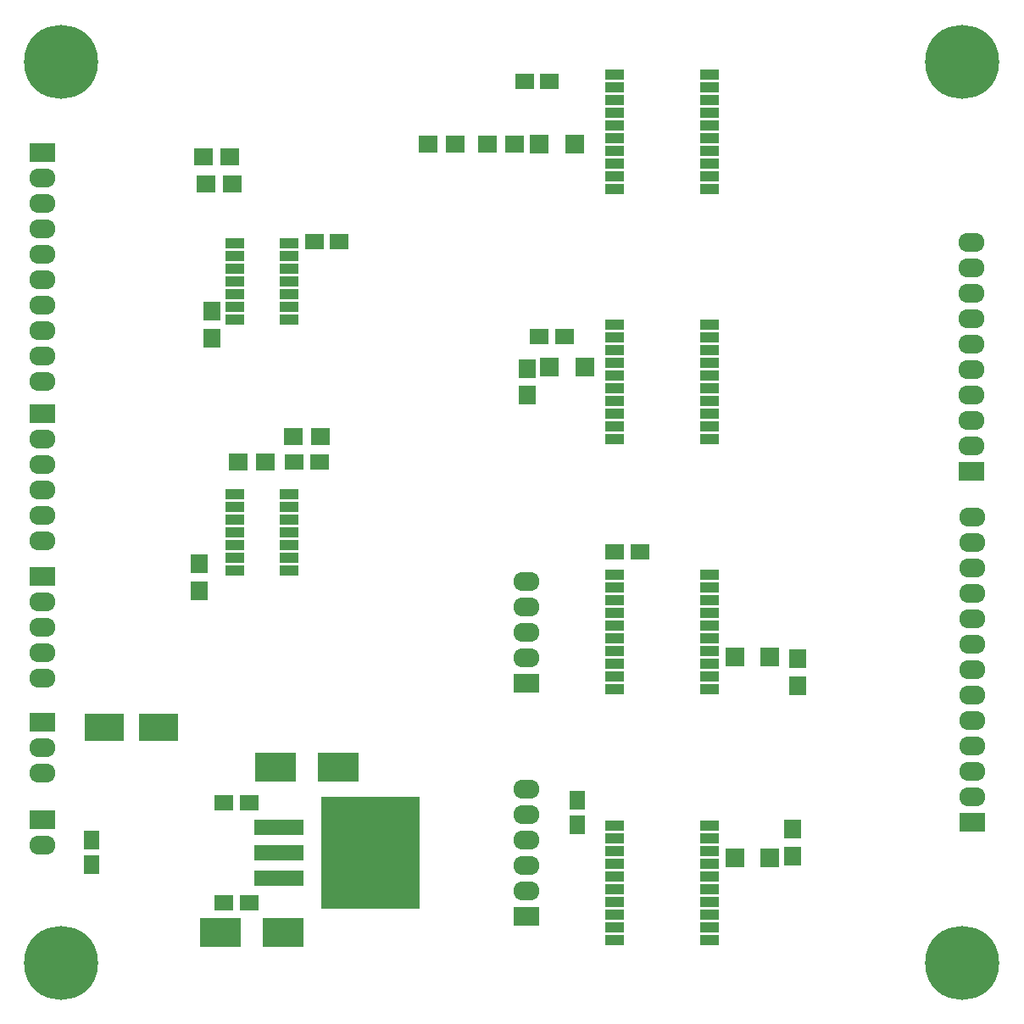
<source format=gts>
G04 #@! TF.FileFunction,Soldermask,Top*
%FSLAX46Y46*%
G04 Gerber Fmt 4.6, Leading zero omitted, Abs format (unit mm)*
G04 Created by KiCad (PCBNEW 4.0.7) date 01/13/18 18:49:24*
%MOMM*%
%LPD*%
G01*
G04 APERTURE LIST*
%ADD10C,0.100000*%
%ADD11R,1.900000X1.650000*%
%ADD12R,1.650000X1.900000*%
%ADD13R,4.150000X2.900000*%
%ADD14R,1.898600X1.898600*%
%ADD15R,3.900000X2.700000*%
%ADD16O,2.597100X1.924000*%
%ADD17R,2.597100X1.924000*%
%ADD18R,1.900000X1.700000*%
%ADD19R,1.700000X1.900000*%
%ADD20C,7.400000*%
%ADD21R,1.900000X1.000000*%
%ADD22R,5.000000X1.500000*%
%ADD23R,9.800000X11.200000*%
G04 APERTURE END LIST*
D10*
D11*
X119250000Y-66000000D03*
X121750000Y-66000000D03*
X117250000Y-88000000D03*
X119750000Y-88000000D03*
X142750000Y-50000000D03*
X140250000Y-50000000D03*
X144250000Y-75500000D03*
X141750000Y-75500000D03*
X149250000Y-97000000D03*
X151750000Y-97000000D03*
D12*
X145500000Y-124250000D03*
X145500000Y-121750000D03*
D11*
X110250000Y-122000000D03*
X112750000Y-122000000D03*
D13*
X121625000Y-118500000D03*
X115375000Y-118500000D03*
D11*
X110250000Y-132000000D03*
X112750000Y-132000000D03*
D13*
X109875000Y-135000000D03*
X116125000Y-135000000D03*
D12*
X97000000Y-128250000D03*
X97000000Y-125750000D03*
D14*
X146247520Y-78500000D03*
X142752480Y-78500000D03*
X145247520Y-56250000D03*
X141752480Y-56250000D03*
X161252480Y-107500000D03*
X164747520Y-107500000D03*
X161252480Y-127500000D03*
X164747520Y-127500000D03*
D15*
X103700000Y-114500000D03*
X98300000Y-114500000D03*
D16*
X92076200Y-77390000D03*
X92076200Y-74850000D03*
X92076200Y-72310000D03*
X92076200Y-67230000D03*
X92076200Y-64690000D03*
X92076200Y-62150000D03*
X92076200Y-79930000D03*
X92076200Y-69770000D03*
D17*
X92076200Y-57070000D03*
D16*
X92076200Y-59610000D03*
X92076200Y-104500000D03*
X92076200Y-109580000D03*
X92076200Y-107040000D03*
D17*
X92076200Y-99420000D03*
D16*
X92076200Y-101960000D03*
X92076200Y-90770000D03*
X92076200Y-88230000D03*
X92076200Y-95850000D03*
X92076200Y-93310000D03*
D17*
X92076200Y-83150000D03*
D16*
X92076200Y-85690000D03*
D17*
X92076200Y-123730000D03*
D16*
X92076200Y-126270000D03*
X184923800Y-68610000D03*
X184923800Y-71150000D03*
X184923800Y-73690000D03*
X184923800Y-78770000D03*
X184923800Y-81310000D03*
X184923800Y-83850000D03*
X184923800Y-66070000D03*
X184923800Y-76230000D03*
D17*
X184923800Y-88930000D03*
D16*
X184923800Y-86390000D03*
X92076200Y-119040000D03*
D17*
X92076200Y-113960000D03*
D16*
X92076200Y-116500000D03*
D18*
X111100000Y-60250000D03*
X108400000Y-60250000D03*
X119850000Y-85500000D03*
X117150000Y-85500000D03*
X108150000Y-57500000D03*
X110850000Y-57500000D03*
D19*
X109000000Y-75600000D03*
X109000000Y-72900000D03*
D18*
X111650000Y-88000000D03*
X114350000Y-88000000D03*
D19*
X107750000Y-100850000D03*
X107750000Y-98150000D03*
D18*
X133350000Y-56250000D03*
X130650000Y-56250000D03*
D19*
X140500000Y-81350000D03*
X140500000Y-78650000D03*
D18*
X136550000Y-56250000D03*
X139250000Y-56250000D03*
D19*
X167500000Y-110350000D03*
X167500000Y-107650000D03*
X167000000Y-124650000D03*
X167000000Y-127350000D03*
D20*
X184000000Y-48000000D03*
X94000000Y-138000000D03*
X94000000Y-48000000D03*
X184000000Y-138000000D03*
D21*
X111300000Y-66190000D03*
X111300000Y-67460000D03*
X111300000Y-68730000D03*
X111300000Y-70000000D03*
X111300000Y-71270000D03*
X111300000Y-72540000D03*
X111300000Y-73810000D03*
X116700000Y-73810000D03*
X116700000Y-72540000D03*
X116700000Y-71270000D03*
X116700000Y-70000000D03*
X116700000Y-68730000D03*
X116700000Y-67460000D03*
X116700000Y-66190000D03*
X111300000Y-91190000D03*
X111300000Y-92460000D03*
X111300000Y-93730000D03*
X111300000Y-95000000D03*
X111300000Y-96270000D03*
X111300000Y-97540000D03*
X111300000Y-98810000D03*
X116700000Y-98810000D03*
X116700000Y-97540000D03*
X116700000Y-96270000D03*
X116700000Y-95000000D03*
X116700000Y-93730000D03*
X116700000Y-92460000D03*
X116700000Y-91190000D03*
D22*
X115725000Y-124460000D03*
X115725000Y-127000000D03*
X115725000Y-129540000D03*
D23*
X124875000Y-127000000D03*
D16*
X140423800Y-105000000D03*
X140423800Y-99920000D03*
X140423800Y-102460000D03*
D17*
X140423800Y-110080000D03*
D16*
X140423800Y-107540000D03*
X140423800Y-125730000D03*
X140423800Y-128270000D03*
X140423800Y-120650000D03*
X140423800Y-123190000D03*
D17*
X140423800Y-133350000D03*
D16*
X140423800Y-130810000D03*
X185000000Y-96050000D03*
X185000000Y-98590000D03*
X185000000Y-101130000D03*
X185000000Y-103670000D03*
X185000000Y-106210000D03*
X185000000Y-108750000D03*
X185000000Y-113830000D03*
X185000000Y-116370000D03*
X185000000Y-118910000D03*
X185000000Y-93510000D03*
X185000000Y-111290000D03*
D17*
X185000000Y-123990000D03*
D16*
X185000000Y-121450000D03*
D21*
X149250000Y-55635000D03*
X149250000Y-54365000D03*
X149250000Y-53095000D03*
X149250000Y-51825000D03*
X149250000Y-50555000D03*
X149250000Y-49285000D03*
X149250000Y-56905000D03*
X149250000Y-58175000D03*
X149250000Y-59445000D03*
X149250000Y-60715000D03*
X158750000Y-60715000D03*
X158750000Y-59445000D03*
X158750000Y-58175000D03*
X158750000Y-56905000D03*
X158750000Y-55635000D03*
X158750000Y-54365000D03*
X158750000Y-53095000D03*
X158750000Y-51825000D03*
X158750000Y-50555000D03*
X158750000Y-49285000D03*
X149250000Y-80635000D03*
X149250000Y-79365000D03*
X149250000Y-78095000D03*
X149250000Y-76825000D03*
X149250000Y-75555000D03*
X149250000Y-74285000D03*
X149250000Y-81905000D03*
X149250000Y-83175000D03*
X149250000Y-84445000D03*
X149250000Y-85715000D03*
X158750000Y-85715000D03*
X158750000Y-84445000D03*
X158750000Y-83175000D03*
X158750000Y-81905000D03*
X158750000Y-80635000D03*
X158750000Y-79365000D03*
X158750000Y-78095000D03*
X158750000Y-76825000D03*
X158750000Y-75555000D03*
X158750000Y-74285000D03*
X149250000Y-105635000D03*
X149250000Y-104365000D03*
X149250000Y-103095000D03*
X149250000Y-101825000D03*
X149250000Y-100555000D03*
X149250000Y-99285000D03*
X149250000Y-106905000D03*
X149250000Y-108175000D03*
X149250000Y-109445000D03*
X149250000Y-110715000D03*
X158750000Y-110715000D03*
X158750000Y-109445000D03*
X158750000Y-108175000D03*
X158750000Y-106905000D03*
X158750000Y-105635000D03*
X158750000Y-104365000D03*
X158750000Y-103095000D03*
X158750000Y-101825000D03*
X158750000Y-100555000D03*
X158750000Y-99285000D03*
X149250000Y-130635000D03*
X149250000Y-129365000D03*
X149250000Y-128095000D03*
X149250000Y-126825000D03*
X149250000Y-125555000D03*
X149250000Y-124285000D03*
X149250000Y-131905000D03*
X149250000Y-133175000D03*
X149250000Y-134445000D03*
X149250000Y-135715000D03*
X158750000Y-135715000D03*
X158750000Y-134445000D03*
X158750000Y-133175000D03*
X158750000Y-131905000D03*
X158750000Y-130635000D03*
X158750000Y-129365000D03*
X158750000Y-128095000D03*
X158750000Y-126825000D03*
X158750000Y-125555000D03*
X158750000Y-124285000D03*
M02*

</source>
